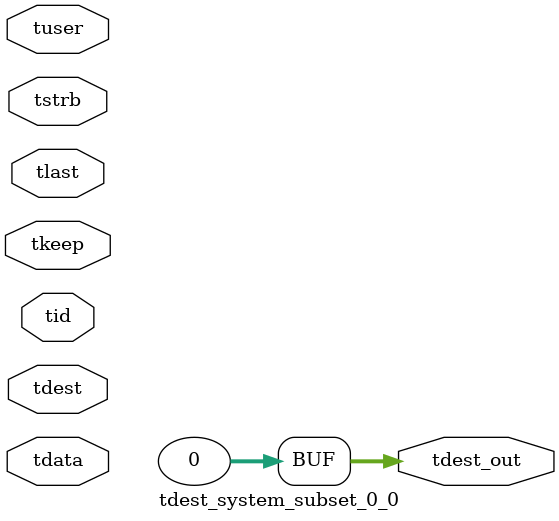
<source format=v>


`timescale 1ps/1ps

module tdest_system_subset_0_0 #
(
parameter C_S_AXIS_TDATA_WIDTH = 32,
parameter C_S_AXIS_TUSER_WIDTH = 0,
parameter C_S_AXIS_TID_WIDTH   = 0,
parameter C_S_AXIS_TDEST_WIDTH = 0,
parameter C_M_AXIS_TDEST_WIDTH = 32
)
(
input  [(C_S_AXIS_TDATA_WIDTH == 0 ? 1 : C_S_AXIS_TDATA_WIDTH)-1:0     ] tdata,
input  [(C_S_AXIS_TUSER_WIDTH == 0 ? 1 : C_S_AXIS_TUSER_WIDTH)-1:0     ] tuser,
input  [(C_S_AXIS_TID_WIDTH   == 0 ? 1 : C_S_AXIS_TID_WIDTH)-1:0       ] tid,
input  [(C_S_AXIS_TDEST_WIDTH == 0 ? 1 : C_S_AXIS_TDEST_WIDTH)-1:0     ] tdest,
input  [(C_S_AXIS_TDATA_WIDTH/8)-1:0 ] tkeep,
input  [(C_S_AXIS_TDATA_WIDTH/8)-1:0 ] tstrb,
input                                                                    tlast,
output [C_M_AXIS_TDEST_WIDTH-1:0] tdest_out
);

assign tdest_out = {1'b0};

endmodule


</source>
